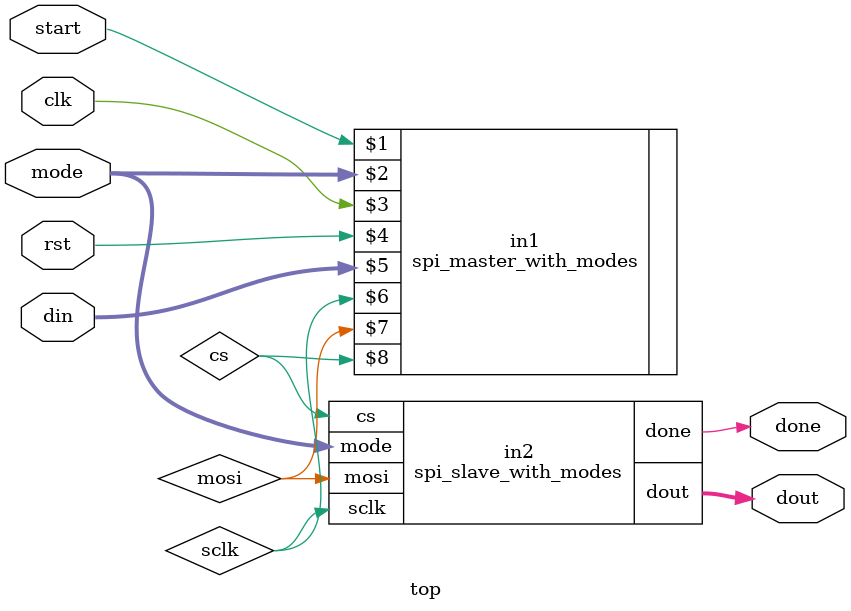
<source format=v>

module spi_slave_with_modes(
input sclk,cs,mosi,
input [1:0]mode,
  output wire [7:0]dout,
output wire done);

  reg [7:0]dout1=0,dout2=0;
  reg done1=0,done2=0;
  reg [2:0]count1=3'b111;
  reg [2:0]count2=3'b111;
  reg[7:0]data1=0;
  reg[7:0]data2=0;
  
 always@(posedge sclk)
  begin
    if(cs==0)
      begin
        if(count1!=0)
          begin
            count1<=count1-1;
            data1[count1]<=mosi;            
          end
        else
          begin
            dout1<={data1[7:1],mosi};
            done1<=1;
          end
      end
  end

always@(negedge sclk)
  begin
    if(cs==0)
      begin
        if(count2!=0)
          begin
            count2<=count2-1;
            data2[count2]<=mosi;            
          end
        else
          begin
            dout2<={data2[7:1],mosi};
            done2<=1;
          end
      end
  end
 
  
  
  
  assign dout=((mode==0)||(mode==2'b11))?dout1:dout2;
  assign done=((mode==0)||(mode==2'b11))?done1:done2;
  
  endmodule

module top(
input clk,rst,
  input[1:0]mode,
  input start,
  input [7:0]din,
output wire done,
  output [7:0]dout);
  
  wire sclk,cs,mosi;
  
  spi_master_with_modes in1(start,mode,clk,rst,din,sclk,mosi,cs);
  spi_slave_with_modes in2(sclk,cs,mosi,mode,dout,done);
endmodule

</source>
